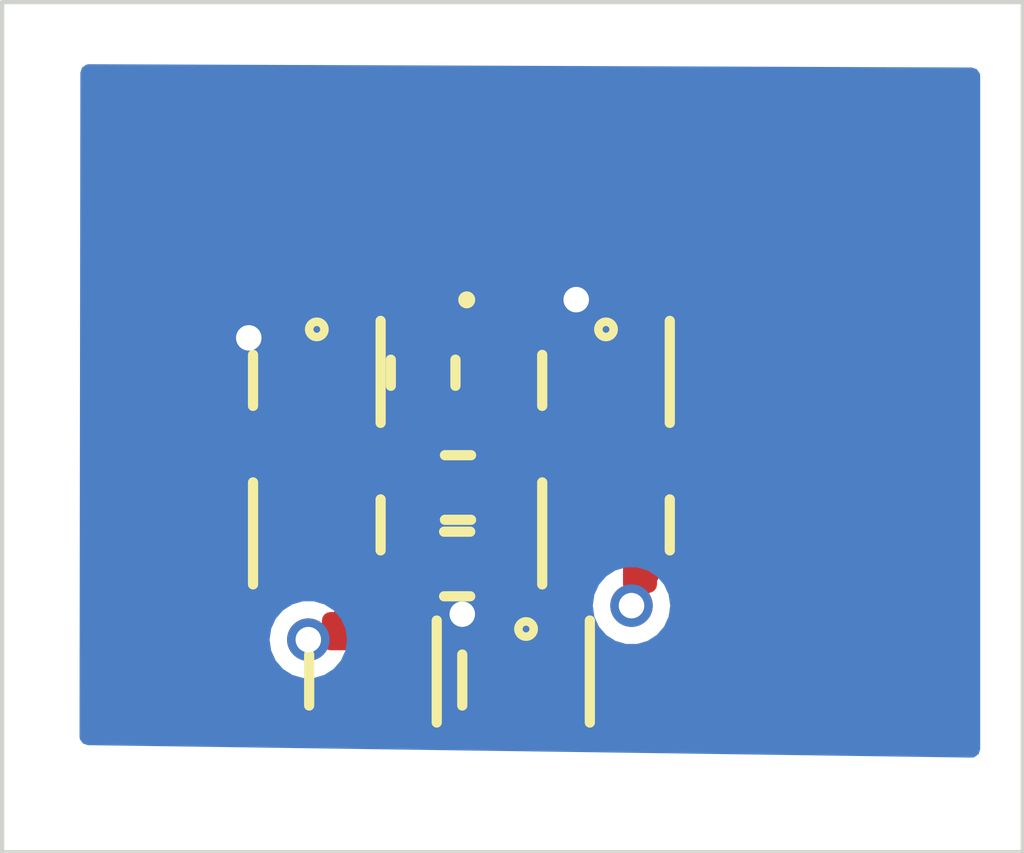
<source format=kicad_pcb>
(kicad_pcb (version 20240108) (generator "pcbnew") (generator_version "8.0")
  (layers (0 "F.Cu" signal) (1 "In1.Cu" signal) (2 "In2.Cu" signal) (31 "B.Cu" signal) (34 "B.Paste" user) (35 "F.Paste" user) (36 "B.SilkS" user "B.Silkscreen") (37 "F.SilkS" user "F.Silkscreen") (38 "B.Mask" user) (39 "F.Mask" user) (44 "Edge.Cuts" user))
  (net 0 "")
  (net 1 "B0NQ")
  (net 2 "GND")
  (net 3 "B0S")
  (net 4 "B0R")
  (net 5 "B0Q")
  (net 6 "VDD")
  (net 7 "Net-(N3-D)")
  (net 8 "Net-(D1-K)")
  (footprint "cnhardware:SOT-723-COMPACTP" (layer "F.Cu") (at 155.7 74.45 -90)
    (property "Reference" "P1" (hide yes))
    (property "Value" "RZM001P02T2L" (hide yes))
    (fp_line (start 0.3 0.75) (end -0.3 0.75) (stroke (width 0.12)) (layer "F.SilkS"))
    (fp_line (start 0.5 -0.75) (end -0.7 -0.75) (stroke (width 0.12)) (layer "F.SilkS"))
    (fp_circle (center -0.6 0) (end -0.56 0) (stroke (width 0.1)) (fill none) (layer "F.SilkS"))
    (pad "1" smd roundrect (at -0.575 -0.4 270) (size 0.45 0.4) (layers "F.Cu" "F.Paste" "F.Mask") (net 3 "B0S"))
    (pad "2" smd roundrect (at -0.575 0.4 270) (size 0.45 0.4) (layers "F.Cu" "F.Paste" "F.Mask") (net 6 "VDD"))
    (pad "3" smd roundrect (at 0.575 0 270) (size 0.45 0.4) (layers "F.Cu" "F.Paste" "F.Mask") (net 1 "B0NQ"))
  )
  (footprint "cnhardware:SOT-723-COMPACT" (layer "F.Cu") (at 159.1 76.15 90)
    (property "Reference" "N2" (hide yes))
    (property "Value" "2SK3541" (hide yes))
    (fp_line (start 0.5 -0.75) (end -0.7 -0.75) (stroke (width 0.12)) (layer "F.SilkS"))
    (fp_line (start 0.3 0.75) (end -0.3 0.75) (stroke (width 0.12)) (layer "F.SilkS"))
    (pad "1" smd roundrect (at -0.575 -0.4 90) (size 0.45 0.4) (layers "F.Cu" "F.Paste" "F.Mask") (net 4 "B0R"))
    (pad "2" smd roundrect (at -0.575 0.4 90) (size 0.45 0.4) (layers "F.Cu" "F.Paste" "F.Mask") (net 2 "GND"))
    (pad "3" smd roundrect (at 0.575 0 90) (size 0.45 0.4) (layers "F.Cu" "F.Paste" "F.Mask") (net 5 "B0Q"))
  )
  (footprint "cnhardware:SOT-723-COMPACTP" (layer "F.Cu") (at 159.1 74.45 -90)
    (property "Reference" "P2" (hide yes))
    (property "Value" "RZM001P02T2L" (hide yes))
    (fp_line (start 0.3 0.75) (end -0.3 0.75) (stroke (width 0.12)) (layer "F.SilkS"))
    (fp_line (start 0.5 -0.75) (end -0.7 -0.75) (stroke (width 0.12)) (layer "F.SilkS"))
    (fp_circle (center -0.6 0) (end -0.56 0) (stroke (width 0.1)) (fill none) (layer "F.SilkS"))
    (pad "1" smd roundrect (at -0.575 -0.4 270) (size 0.45 0.4) (layers "F.Cu" "F.Paste" "F.Mask") (net 4 "B0R"))
    (pad "2" smd roundrect (at -0.575 0.4 270) (size 0.45 0.4) (layers "F.Cu" "F.Paste" "F.Mask") (net 6 "VDD"))
    (pad "3" smd roundrect (at 0.575 0 270) (size 0.45 0.4) (layers "F.Cu" "F.Paste" "F.Mask") (net 5 "B0Q"))
  )
  (footprint "cnhardware:SOT-723-COMPACT" (layer "F.Cu") (at 155.7 76.15 90)
    (property "Reference" "N1" (hide yes))
    (property "Value" "2SK3541" (hide yes))
    (fp_line (start 0.5 -0.75) (end -0.7 -0.75) (stroke (width 0.12)) (layer "F.SilkS"))
    (fp_line (start 0.3 0.75) (end -0.3 0.75) (stroke (width 0.12)) (layer "F.SilkS"))
    (pad "1" smd roundrect (at -0.575 -0.4 90) (size 0.45 0.4) (layers "F.Cu" "F.Paste" "F.Mask") (net 3 "B0S"))
    (pad "2" smd roundrect (at -0.575 0.4 90) (size 0.45 0.4) (layers "F.Cu" "F.Paste" "F.Mask") (net 2 "GND"))
    (pad "3" smd roundrect (at 0.575 0 90) (size 0.45 0.4) (layers "F.Cu" "F.Paste" "F.Mask") (net 1 "B0NQ"))
  )
  (footprint "cnhardware:R_0402_1005Metric_COMPACT" (layer "F.Cu") (at 157.36 75.71)
    (property "Reference" "R1" (hide yes))
    (property "Value" "1k" (hide yes))
    (fp_line (start -0.153641 -0.38) (end 0.153641 -0.38) (stroke (width 0.12)) (layer "F.SilkS"))
    (fp_line (start -0.153641 0.38) (end 0.153641 0.38) (stroke (width 0.12)) (layer "F.SilkS"))
    (pad "1" smd roundrect (at -0.51 0) (size 0.54 0.64) (layers "F.Cu" "F.Paste" "F.Mask") (net 1 "B0NQ"))
    (pad "2" smd roundrect (at 0.51 0) (size 0.54 0.64) (layers "F.Cu" "F.Paste" "F.Mask") (net 4 "B0R"))
  )
  (footprint "cnhardware:SOT-723-COMPACTP" (layer "F.Cu") (at 158.16 77.975 -90)
    (property "Reference" "P3" (hide yes))
    (property "Value" "RZM001P02T2L" (hide yes))
    (fp_line (start 0.3 0.75) (end -0.3 0.75) (stroke (width 0.12)) (layer "F.SilkS"))
    (fp_line (start 0.5 -0.75) (end -0.7 -0.75) (stroke (width 0.12)) (layer "F.SilkS"))
    (fp_circle (center -0.6 0) (end -0.56 0) (stroke (width 0.1)) (fill none) (layer "F.SilkS"))
    (pad "1" smd roundrect (at -0.575 -0.4 270) (size 0.45 0.4) (layers "F.Cu" "F.Paste" "F.Mask") (net 5 "B0Q"))
    (pad "2" smd roundrect (at -0.575 0.4 270) (size 0.45 0.4) (layers "F.Cu" "F.Paste" "F.Mask") (net 6 "VDD"))
    (pad "3" smd roundrect (at 0.575 0 270) (size 0.45 0.4) (layers "F.Cu" "F.Paste" "F.Mask") (net 7 "Net-(N3-D)"))
  )
  (footprint "cnhardware:SOT-723-COMPACT" (layer "F.Cu") (at 156.36 77.975 -90)
    (property "Reference" "N3" (hide yes))
    (property "Value" "2SK3541" (hide yes))
    (fp_line (start 0.3 0.75) (end -0.3 0.75) (stroke (width 0.12)) (layer "F.SilkS"))
    (fp_line (start 0.5 -0.75) (end -0.7 -0.75) (stroke (width 0.12)) (layer "F.SilkS"))
    (pad "1" smd roundrect (at -0.575 -0.4 270) (size 0.45 0.4) (layers "F.Cu" "F.Paste" "F.Mask") (net 5 "B0Q"))
    (pad "2" smd roundrect (at -0.575 0.4 270) (size 0.45 0.4) (layers "F.Cu" "F.Paste" "F.Mask") (net 2 "GND"))
    (pad "3" smd roundrect (at 0.575 0 270) (size 0.45 0.4) (layers "F.Cu" "F.Paste" "F.Mask") (net 7 "Net-(N3-D)"))
  )
  (footprint "cnhardware:LED_0402_1005Metric_COMPACT" (layer "F.Cu") (at 157.8625 74.3525 -90)
    (property "Reference" "D1" (hide yes))
    (property "Value" "LED" (hide yes))
    (fp_circle (center -0.85 0.4) (end -0.8 0.4) (stroke (width 0.1)) (fill none) (layer "F.SilkS"))
    (pad "1" smd roundrect (at -0.485 0 270) (size 0.59 0.64) (layers "F.Cu" "F.Paste" "F.Mask") (net 8 "Net-(D1-K)"))
    (pad "2" smd roundrect (at 0.485 0 270) (size 0.59 0.64) (layers "F.Cu" "F.Paste" "F.Mask") (net 6 "VDD"))
  )
  (footprint "cnhardware:R_0402_1005Metric_COMPACT" (layer "F.Cu") (at 156.95 74.36 -90)
    (property "Reference" "R3" (hide yes))
    (property "Value" "1k" (hide yes))
    (fp_line (start -0.153641 0.38) (end 0.153641 0.38) (stroke (width 0.12)) (layer "F.SilkS"))
    (fp_line (start -0.153641 -0.38) (end 0.153641 -0.38) (stroke (width 0.12)) (layer "F.SilkS"))
    (pad "1" smd roundrect (at -0.51 0 270) (size 0.54 0.64) (layers "F.Cu" "F.Paste" "F.Mask") (net 8 "Net-(D1-K)"))
    (pad "2" smd roundrect (at 0.51 0 270) (size 0.54 0.64) (layers "F.Cu" "F.Paste" "F.Mask") (net 1 "B0NQ"))
  )
  (footprint "cnhardware:R_0402_1005Metric_COMPACT" (layer "F.Cu") (at 157.35 76.61 180)
    (property "Reference" "R2" (hide yes))
    (property "Value" "1k" (hide yes))
    (fp_line (start -0.153641 0.38) (end 0.153641 0.38) (stroke (width 0.12)) (layer "F.SilkS"))
    (fp_line (start -0.153641 -0.38) (end 0.153641 -0.38) (stroke (width 0.12)) (layer "F.SilkS"))
    (pad "1" smd roundrect (at -0.51 0 180) (size 0.54 0.64) (layers "F.Cu" "F.Paste" "F.Mask") (net 5 "B0Q"))
    (pad "2" smd roundrect (at 0.51 0 180) (size 0.54 0.64) (layers "F.Cu" "F.Paste" "F.Mask") (net 3 "B0S"))
  )
  (gr_line (start 164 70) (end 164 80) (stroke (width 0.05)) (layer "Edge.Cuts"))
  (gr_line (start 152 80) (end 152 70) (stroke (width 0.05)) (layer "Edge.Cuts"))
  (gr_line (start 152 70) (end 164 70) (stroke (width 0.05)) (layer "Edge.Cuts"))
  (gr_line (start 164 80) (end 152 80) (stroke (width 0.05)) (layer "Edge.Cuts"))
  (segment (start 156.84 75.7) (end 155.7 75.575) (width 0.2) (layer "F.Cu") (net 1))
  (segment (start 155.7 75.29) (end 155.7 75.025) (width 0.2) (layer "F.Cu") (net 1))
  (segment (start 156.84 75.8) (end 156.95 74.99) (width 0.2) (layer "F.Cu") (net 1))
  (segment (start 155.7 75.575) (end 155.7 75.29) (width 0.2) (layer "F.Cu") (net 1))
  (segment (start 159.62 76.75) (end 159.4 77.1) (width 0.2) (layer "F.Cu") (net 2))
  (segment (start 155.96 77.4) (end 155.6 77.5) (width 0.2) (layer "F.Cu") (net 2))
  (segment (start 155.96 77.4) (end 156.1 76.725) (width 0.2) (layer "F.Cu") (net 2))
  (via (at 155.6 77.5) (size 0.5) (drill 0.3) (layers "F.Cu" "B.Cu") (net 2))
  (via (at 159.4 77.1) (size 0.5) (drill 0.3) (layers "F.Cu" "B.Cu") (net 2))
  (segment (start 155.28 74.61) (end 155.72 74.28) (width 0.2) (layer "F.Cu") (net 3))
  (segment (start 155.25 76.277902) (end 155.17 75.95) (width 0.2) (layer "F.Cu") (net 3))
  (segment (start 155.25 76.277902) (end 155.37 76.27) (width 0.2) (layer "F.Cu") (net 3))
  (segment (start 155.15 74.9) (end 155.28 74.61) (width 0.2) (layer "F.Cu") (net 3))
  (segment (start 155.17 75.95) (end 155.15 74.9) (width 0.2) (layer "F.Cu") (net 3))
  (segment (start 156.45 76.26) (end 156.2 76.15) (width 0.2) (layer "F.Cu") (net 3))
  (segment (start 155.72 74.28) (end 156.1 73.875) (width 0.2) (layer "F.Cu") (net 3))
  (segment (start 155.85 76.18) (end 156.2 76.15) (width 0.2) (layer "F.Cu") (net 3))
  (segment (start 155.37 76.27) (end 155.85 76.18) (width 0.2) (layer "F.Cu") (net 3))
  (segment (start 155.3 76.725) (end 155.25 76.277902) (width 0.2) (layer "F.Cu") (net 3))
  (segment (start 156.84 76.61) (end 156.45 76.26) (width 0.2) (layer "F.Cu") (net 3))
  (segment (start 159.6 75.9) (end 159.62 74.9) (width 0.2) (layer "F.Cu") (net 4))
  (segment (start 159.24 74.31) (end 158.765772 74.565772) (width 0.2) (layer "F.Cu") (net 4))
  (segment (start 159.5 74.5) (end 159.24 74.31) (width 0.2) (layer "F.Cu") (net 4))
  (segment (start 159.4 76.1) (end 159.6 75.9) (width 0.2) (layer "F.Cu") (net 4))
  (segment (start 158.765772 74.565772) (end 158.65 74.65) (width 0.2) (layer "F.Cu") (net 4))
  (segment (start 158.7 76.725) (end 159.16 76.2) (width 0.2) (layer "F.Cu") (net 4))
  (segment (start 158.55 74.9) (end 158.5 75.2) (width 0.2) (layer "F.Cu") (net 4))
  (segment (start 159.62 74.9) (end 159.5 74.5) (width 0.2) (layer "F.Cu") (net 4))
  (segment (start 158.5 75.2) (end 158.4 75.45) (width 0.2) (layer "F.Cu") (net 4))
  (segment (start 159.16 76.2) (end 159.4 76.1) (width 0.2) (layer "F.Cu") (net 4))
  (segment (start 158.65 74.65) (end 158.55 74.9) (width 0.2) (layer "F.Cu") (net 4))
  (segment (start 158.4 75.45) (end 157.86 75.7) (width 0.2) (layer "F.Cu") (net 4))
  (segment (start 159.24 74.31) (end 159.5 73.875) (width 0.2) (layer "F.Cu") (net 4))
  (segment (start 158.290772 77.109228) (end 157.91 76.55) (width 0.2) (layer "F.Cu") (net 5))
  (segment (start 157 77.85) (end 157.35 77.95) (width 0.2) (layer "F.Cu") (net 5))
  (segment (start 157.35 77.95) (end 158.05 77.95) (width 0.2) (layer "F.Cu") (net 5))
  (segment (start 158.05 77.95) (end 158.25 77.75) (width 0.2) (layer "F.Cu") (net 5))
  (segment (start 156.76 77.4) (end 157 77.85) (width 0.2) (layer "F.Cu") (net 5))
  (segment (start 158.56 77.4) (end 158.290772 77.109228) (width 0.2) (layer "F.Cu") (net 5))
  (segment (start 159.1 75.575) (end 159.1 75.025) (width 0.2) (layer "F.Cu") (net 5))
  (segment (start 158.45 76.1) (end 159.1 75.575) (width 0.2) (layer "F.Cu") (net 5))
  (segment (start 158.25 77.75) (end 158.56 77.4) (width 0.2) (layer "F.Cu") (net 5))
  (segment (start 157.91 76.55) (end 158.45 76.1) (width 0.2) (layer "F.Cu") (net 5))
  (segment (start 157.85 74.8775) (end 158.337441 74.382737) (width 0.2) (layer "F.Cu") (net 6))
  (segment (start 158.45 74.25) (end 158.7 73.875) (width 0.2) (layer "F.Cu") (net 6))
  (segment (start 155.3 73.875) (end 154.9 73.95) (width 0.2) (layer "F.Cu") (net 6))
  (segment (start 157.76 77.4) (end 157.41 77.2) (width 0.2) (layer "F.Cu") (net 6))
  (segment (start 158.75 73.5) (end 158.605 73.805) (width 0.2) (layer "F.Cu") (net 6))
  (segment (start 158.337441 74.382737) (end 158.45 74.25) (width 0.2) (layer "F.Cu") (net 6))
  (segment (start 158.605 73.805) (end 158.82 73.805) (width 0.2) (layer "F.Cu") (net 6))
  (via (at 158.75 73.5) (size 0.5) (drill 0.3) (layers "F.Cu" "B.Cu") (net 6))
  (via (at 157.41 77.2) (size 0.5) (drill 0.3) (layers "F.Cu" "B.Cu") (net 6))
  (via (at 154.9 73.95) (size 0.5) (drill 0.3) (layers "F.Cu" "B.Cu") (net 6))
  (segment (start 156.36 78.55) (end 158.16 78.55) (width 0.2) (layer "F.Cu") (net 7))
  (segment (start 157.8625 73.8675) (end 156.95 73.85) (width 0.2) (layer "F.Cu") (net 8))
  (zone (net 6) (net_name "VDD") (layer "B.Cu") (priority 1) (connect_pads (clearance 0.2)) (min_thickness 0.2) (fill yes (thermal_gap 0.2) (thermal_bridge_width 0.2))
    (polygon (pts (xy 152.92 70.73) (xy 163.58 70.77) (xy 163.56 78.89) (xy 152.91 78.74)))
  )
)
</source>
